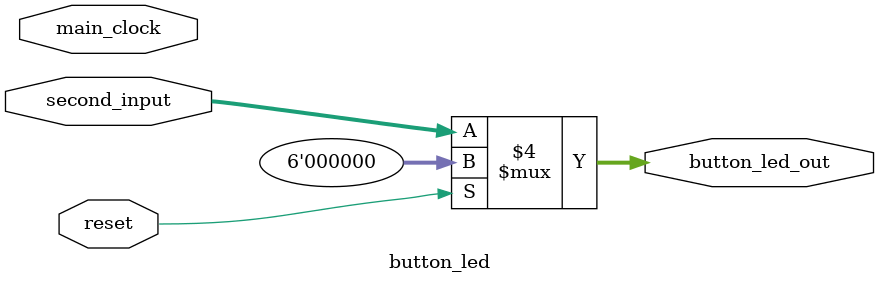
<source format=v>
`timescale 1ns / 1ps

module button_led(
    input main_clock, // 100 Mhz clock source on Basys 3 FPGA
    input reset, // reset
    input [5:0]second_input,
    output reg [5:0] button_led_out
    );
    
    always@(*)
    begin
        if(reset == 1'b1)
            button_led_out = 6'd0;
        else
            button_led_out = second_input[5:0];
    end
    
    
endmodule

</source>
